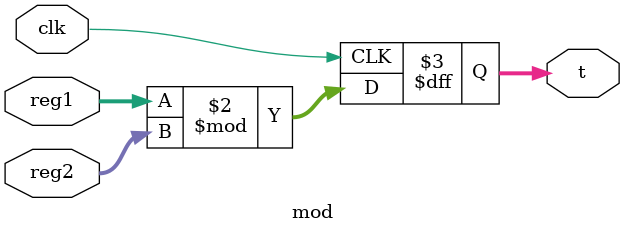
<source format=v>
module mod(clk,t,reg1,reg2);
	
	
	output reg [31:0] t;
	input clk;
	input [31:0] reg1, reg2;
	always @ (posedge clk)
	begin
		t <= reg1 % reg2; 
	
	end

endmodule

</source>
